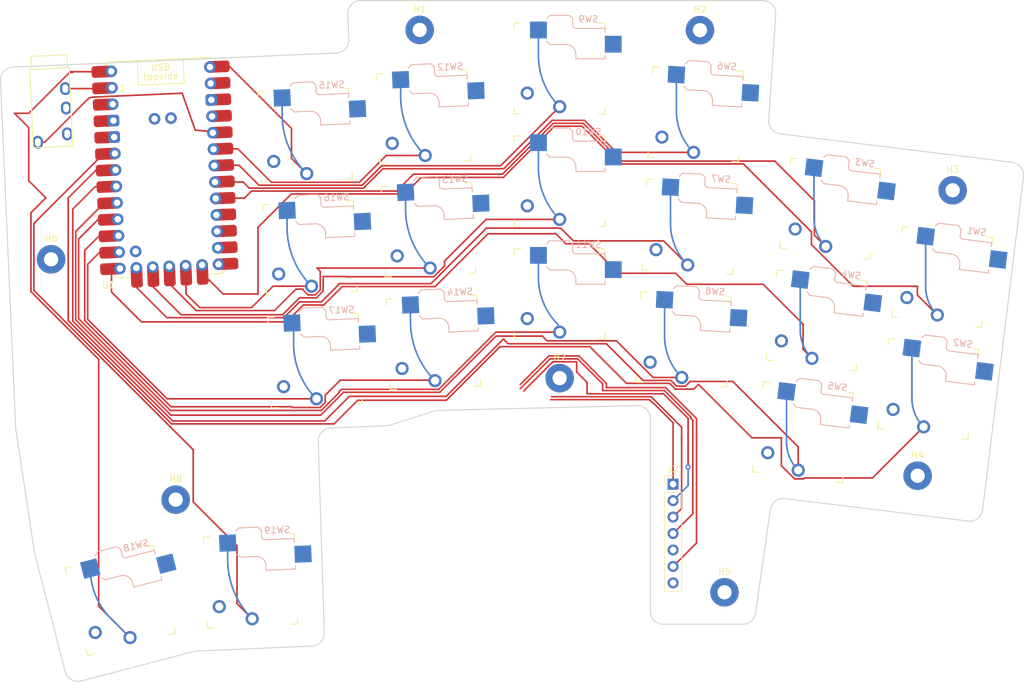
<source format=kicad_pcb>
(kicad_pcb (version 20240108) (generator "pcbnew") (generator_version "8.0")
  (title_block (title "Kivipallur_right") (rev "1") (company "dresan"))
  (layers (0 "F.Cu" signal) (31 "B.Cu" signal) (34 "B.Paste" user) (35 "F.Paste" user) (36 "B.SilkS" user "B.Silkscreen") (37 "F.SilkS" user "F.Silkscreen") (38 "B.Mask" user) (39 "F.Mask" user) (44 "Edge.Cuts" user))
  (net 0 "")
  (net 1 "/TRRS_TX")
  (net 2 "+3V3")
  (net 4 "GND")
  (net 5 "/CS")
  (net 6 "/MOSI")
  (net 8 "/SCK")
  (net 9 "/MISO")
  (net 10 "/OUTER_TOP")
  (net 11 "/OUTER_BOTTOM")
  (net 12 "/PINKY_TOP")
  (net 13 "/PINKY_HOME")
  (net 14 "/PINKY_BOTTOM")
  (net 15 "/RING_TOP")
  (net 16 "/RING_HOME")
  (net 17 "/RING_BOTTOM")
  (net 18 "/MIDDLE_TOP")
  (net 19 "/MIDDLE_HOME")
  (net 20 "/MIDDLE_BOTTOM")
  (net 21 "/INDEX_TOP")
  (net 22 "/INDEX_HOME")
  (net 23 "/INDEX_BOTTOM")
  (net 24 "/INNER_TOP")
  (net 25 "/INNER_HOME")
  (net 26 "/INNER_BOTTOM")
  (net 27 "/THUMB_LEFT")
  (net 28 "/THUMB_RIGHT")
  (footprint "MountingHole:MountingHole_2.2mm_M2_Pad" (layer "F.Cu") (at 152.571278 99.283709)
    (property "Reference" "H7")
    (property "Value" "MountingHole")
  )
  (footprint "keyswitches:Kailh_socket_PG1350_optional" (layer "F.Cu") (at 114.017052 79.200963 2.5)
    (property "Reference" "SW16" (hide yes))
    (property "Value" "SW_Push")
  )
  (footprint "keyswitches:Kailh_socket_PG1350_optional" (layer "F.Cu") (at 172.641184 75.919884 -3)
    (property "Reference" "SW7" (hide yes))
    (property "Value" "SW_Push")
  )
  (footprint "keyswitches:Kailh_socket_PG1350_optional" (layer "F.Cu") (at 114.776029 96.584402 2.5)
    (property "Reference" "SW17" (hide yes))
    (property "Value" "SW_Push")
  )
  (footprint "keyswitches:Kailh_socket_PG1350_optional" (layer "F.Cu") (at 113.258075 61.817524 2.5)
    (property "Reference" "SW15" (hide yes))
    (property "Value" "SW_Push")
  )
  (footprint "keyswitches:Kailh_socket_PG1350_optional" (layer "F.Cu") (at 152.571278 68.883709)
    (property "Reference" "SW10" (hide yes))
    (property "Value" "SW_Push")
  )
  (footprint "MountingHole:MountingHole_2.2mm_M2_Pad" (layer "F.Cu") (at 207.833466 114.352832)
    (property "Reference" "H4")
    (property "Value" "MountingHole")
  )
  (footprint "keyswitches:Kailh_socket_PG1350_optional" (layer "F.Cu") (at 152.571278 86.283709)
    (property "Reference" "SW11" (hide yes))
    (property "Value" "SW_Push")
  )
  (footprint "keyswitches:Kailh_socket_PG1350_optional" (layer "F.Cu") (at 171.730538 93.296038 -3)
    (property "Reference" "SW8" (hide yes))
    (property "Value" "SW_Push")
  )
  (footprint "keyswitches:Kailh_socket_PG1350_optional" (layer "F.Cu") (at 104.848129 130.549779 2.5)
    (property "Reference" "SW19" (hide yes))
    (property "Value" "SW_Push")
  )
  (footprint "keyswitches:Kailh_socket_PG1350_optional" (layer "F.Cu") (at 192.239556 90.373675 -7)
    (property "Reference" "SW4" (hide yes))
    (property "Value" "SW_Push")
  )
  (footprint "keyswitches:Kailh_socket_PG1350_optional" (layer "F.Cu") (at 133.071278 93.783709 2.5)
    (property "Reference" "SW14" (hide yes))
    (property "Value" "SW_Push")
  )
  (footprint "keyswitches:Kailh_socket_PG1350_optional" (layer "F.Cu") (at 194.360082 73.103372 -7)
    (property "Reference" "SW3" (hide yes))
    (property "Value" "SW_Push")
  )
  (footprint "keyswitches:Kailh_socket_PG1350_optional" (layer "F.Cu") (at 190.119029 107.643978 -7)
    (property "Reference" "SW5" (hide yes))
    (property "Value" "SW_Push")
  )
  (footprint "keyswitches:Kailh_socket_PG1350_optional" (layer "F.Cu") (at 211.599229 83.683156 -7)
    (property "Reference" "SW1" (hide yes))
    (property "Value" "SW_Push")
  )
  (footprint "MountingHole:MountingHole_2.2mm_M2_Pad" (layer "F.Cu") (at 74.055123 80.945739)
    (property "Reference" "H6")
    (property "Value" "MountingHole")
  )
  (footprint "MountingHole:MountingHole_2.2mm_M2_Pad" (layer "F.Cu") (at 93.291547 118.041965)
    (property "Reference" "H8")
    (property "Value" "MountingHole")
  )
  (footprint "Connector_PinHeader_2.54mm:PinHeader_1x07_P2.54mm_Vertical" (layer "F.Cu") (at 170.08314 115.655621)
    (property "Reference" "J2")
    (property "Value" "Conn_01x07")
  )
  (footprint "keyswitches:Kailh_socket_PG1350_optional" (layer "F.Cu") (at 173.551829 58.54373 -3)
    (property "Reference" "SW6" (hide yes))
    (property "Value" "SW_Push")
  )
  (footprint "keyswitches:Kailh_socket_PG1350_optional" (layer "F.Cu") (at 152.571278 51.483709)
    (property "Reference" "SW9" (hide yes))
    (property "Value" "SW_Push")
  )
  (footprint "PCM_marbastlib-xp-promicroish:Helios_ACH" (layer "F.Cu") (at 91.68314 68.080621 2.5)
    (property "Reference" "U1")
    (property "Value" "Helios")
  )
  (footprint "keyswitches:Kailh_socket_PG1350_optional" (layer "F.Cu") (at 132.312301 76.40027 2.5)
    (property "Reference" "SW13" (hide yes))
    (property "Value" "SW_Push")
  )
  (footprint "MountingHole:MountingHole_2.2mm_M2_Pad" (layer "F.Cu") (at 213.244465 70.283783)
    (property "Reference" "H3")
    (property "Value" "MountingHole")
  )
  (footprint "Keebio-Parts:TRRS-PJ-320A" (layer "F.Cu") (at 73.808013 51.488806 2.5)
    (property "Reference" "J1")
    (property "Value" "TRRS")
  )
  (footprint "MountingHole:MountingHole_2.2mm_M2_Pad" (layer "F.Cu") (at 174.232197 45.561546)
    (property "Reference" "H2")
    (property "Value" "MountingHole")
  )
  (footprint "MountingHole:MountingHole_2.2mm_M2_Pad" (layer "F.Cu") (at 178.017511 132.353354)
    (property "Reference" "H5")
    (property "Value" "MountingHole")
  )
  (footprint "MountingHole:MountingHole_2.2mm_M2_Pad" (layer "F.Cu") (at 130.964461 45.52968)
    (property "Reference" "H1")
    (property "Value" "MountingHole")
  )
  (footprint "keyswitches:Kailh_socket_PG1350_optional" (layer "F.Cu") (at 131.553323 59.016831 2.5)
    (property "Reference" "SW12" (hide yes))
    (property "Value" "SW_Push")
  )
  (footprint "keyswitches:Kailh_socket_PG1350_optional" (layer "F.Cu") (at 209.478702 100.953459 -7)
    (property "Reference" "SW2" (hide yes))
    (property "Value" "SW_Push")
  )
  (footprint "keyswitches:Kailh_socket_PG1350_optional" (layer "F.Cu") (at 84.763318 133.628797 14.5)
    (property "Reference" "SW18" (hide yes))
    (property "Value" "SW_Push")
  )
  (gr_line (start 126.476608 106.514208) (end 133.257076 104.36019) (stroke (width 0.15)) (layer "Edge.Cuts"))
  (gr_line (start 166.571278 105.532099) (end 166.571278 135.283709) (stroke (width 0.15)) (layer "Edge.Cuts"))
  (gr_line (start 71.510462 126.317027) (end 76.240616 144.607175) (stroke (width 0.15)) (layer "Edge.Cuts"))
  (gr_arc (start 71.510462 126.317027) (mid 71.487294 126.216897) (end 71.469301 126.115709) (stroke (width 0.15)) (layer "Edge.Cuts"))
  (gr_arc (start 68.60713 107.214527) (mid 68.593981 107.1087) (end 68.58649 107.002323) (stroke (width 0.15)) (layer "Edge.Cuts"))
  (gr_line (start 117.208414 106.988205) (end 125.958309 106.606177) (stroke (width 0.15)) (layer "Edge.Cuts"))
  (gr_line (start 118.111611 49.093706) (end 68.155282 51.274846) (stroke (width 0.15)) (layer "Edge.Cuts"))
  (gr_line (start 119.85814 43.067026) (end 120.022636 47.012293) (stroke (width 0.15)) (layer "Edge.Cuts"))
  (gr_arc (start 168.571278 137.283709) (mid 167.157044 136.697935) (end 166.571278 135.283709) (stroke (width 0.15)) (layer "Edge.Cuts"))
  (gr_arc (start 66.244423 53.360181) (mid 66.767956 51.921741) (end 68.155282 51.274846) (stroke (width 0.15)) (layer "Edge.Cuts"))
  (gr_arc (start 182.815694 135.565351) (mid 182.146488 136.79422) (end 180.835624 137.283709) (stroke (width 0.15)) (layer "Edge.Cuts"))
  (gr_line (start 66.244424 53.360182) (end 68.58649 107.002323) (stroke (width 0.15)) (layer "Edge.Cuts"))
  (gr_arc (start 126.476609 106.514208) (mid 126.220499 106.577324) (end 125.958309 106.606177) (stroke (width 0.15)) (layer "Edge.Cuts"))
  (gr_line (start 183.934299 40.983709) (end 121.856404 40.983709) (stroke (width 0.15)) (layer "Edge.Cuts"))
  (gr_line (start 96.527342 141.423075) (end 114.321282 140.646175) (stroke (width 0.15)) (layer "Edge.Cuts"))
  (gr_line (start 78.68272 146.041397) (end 96.108772 141.486189) (stroke (width 0.15)) (layer "Edge.Cuts"))
  (gr_line (start 133.81481 104.266889) (end 164.523473 103.532671) (stroke (width 0.15)) (layer "Edge.Cuts"))
  (gr_arc (start 164.523473 103.53267) (mid 165.968471 104.101096) (end 166.571278 105.532099) (stroke (width 0.15)) (layer "Edge.Cuts"))
  (gr_line (start 168.571278 137.283709) (end 180.835624 137.283709) (stroke (width 0.15)) (layer "Edge.Cuts"))
  (gr_arc (start 119.85814 43.067025) (mid 120.413037 41.599261) (end 121.856404 40.983709) (stroke (width 0.15)) (layer "Edge.Cuts"))
  (gr_line (start 116.233039 138.584703) (end 115.296657 109.049678) (stroke (width 0.15)) (layer "Edge.Cuts"))
  (gr_arc (start 217.866978 119.614832) (mid 217.113218 120.947153) (end 215.638147 121.356185) (stroke (width 0.15)) (layer "Edge.Cuts"))
  (gr_arc (start 116.233038 138.584702) (mid 115.700521 140.008065) (end 114.321282 140.646175) (stroke (width 0.15)) (layer "Edge.Cuts"))
  (gr_line (start 217.866978 119.614832) (end 224.17981 68.200941) (stroke (width 0.15)) (layer "Edge.Cuts"))
  (gr_arc (start 78.68272 146.041397) (mid 77.164102 145.83098) (end 76.240616 144.607175) (stroke (width 0.15)) (layer "Edge.Cuts"))
  (gr_line (start 187.312989 117.878293) (end 215.638147 121.356185) (stroke (width 0.15)) (layer "Edge.Cuts"))
  (gr_arc (start 133.257076 104.36019) (mid 133.532629 104.293725) (end 133.81481 104.266889) (stroke (width 0.15)) (layer "Edge.Cuts"))
  (gr_arc (start 185.08918 119.581744) (mid 185.853058 118.275693) (end 187.312989 117.878293) (stroke (width 0.15)) (layer "Edge.Cuts"))
  (gr_arc (start 222.438457 65.97211) (mid 223.770762 66.725873) (end 224.17981 68.200941) (stroke (width 0.15)) (layer "Edge.Cuts"))
  (gr_arc (start 183.934299 40.983709) (mid 185.394571 41.617055) (end 185.929919 43.116007) (stroke (width 0.15)) (layer "Edge.Cuts"))
  (gr_arc (start 96.108772 141.486189) (mid 96.316383 141.443532) (end 96.527342 141.423075) (stroke (width 0.15)) (layer "Edge.Cuts"))
  (gr_line (start 184.846795 59.454148) (end 185.929919 43.116007) (stroke (width 0.15)) (layer "Edge.Cuts"))
  (gr_arc (start 120.022636 47.012292) (mid 119.497607 48.448254) (end 118.111611 49.093706) (stroke (width 0.15)) (layer "Edge.Cuts"))
  (gr_line (start 182.815695 135.565352) (end 185.08918 119.581743) (stroke (width 0.15)) (layer "Edge.Cuts"))
  (gr_line (start 222.438456 65.97211) (end 186.598676 61.571538) (stroke (width 0.15)) (layer "Edge.Cuts"))
  (gr_arc (start 186.598675 61.571538) (mid 185.301473 60.861384) (end 184.846795 59.454148) (stroke (width 0.15)) (layer "Edge.Cuts"))
  (gr_arc (start 115.296657 109.049679) (mid 115.829198 107.626359) (end 117.208414 106.988205) (stroke (width 0.15)) (layer "Edge.Cuts"))
  (gr_line (start 68.60713 107.214526) (end 71.469301 126.115709) (stroke (width 0.15)) (layer "Edge.Cuts"))
  (segment (start 82.089833 54.585436) (end 82.162267 54.513002) (width 0.25) (layer "F.Cu") (net 1))
  (segment (start 76.245406 54.585436) (end 82.089833 54.585436) (width 0.25) (layer "F.Cu") (net 1))
  (segment (start 170.08314 128.355621) (end 173.7 124.738761) (width 0.25) (layer "F.Cu") (net 2))
  (segment (start 173.7 108.9) (end 173.7 105.527208) (width 0.25) (layer "F.Cu") (net 2))
  (segment (start 73.064277 62.878375) (end 79.942652 56) (width 0.25) (layer "F.Cu") (net 2))
  (segment (start 168.922792 100.75) (end 159.8 100.75) (width 0.25) (layer "F.Cu") (net 2))
  (segment (start 159.8 100.75) (end 159.8 100.127208) (width 0.25) (layer "F.Cu") (net 2))
  (segment (start 173.7 105.527208) (end 168.922792 100.75) (width 0.25) (layer "F.Cu") (net 2))
  (segment (start 155.531501 95.858709) (end 150.904895 95.858709) (width 0.25) (layer "F.Cu") (net 2))
  (segment (start 80.5 55.9) (end 94.3 55.3) (width 0.25) (layer "F.Cu") (net 2))
  (segment (start 96.3 61) (end 100.317667 61.34758) (width 0.25) (layer "F.Cu") (net 2))
  (segment (start 159.8 100.127208) (end 155.531501 95.858709) (width 0.25) (layer "F.Cu") (net 2))
  (segment (start 94.3 55.3) (end 96.3 61) (width 0.25) (layer "F.Cu") (net 2))
  (segment (start 80.1 56) (end 80.5 55.9) (width 0.25) (layer "F.Cu") (net 2))
  (segment (start 173.7 108.9) (end 173.7 108.7) (width 0.25) (layer "F.Cu") (net 2))
  (segment (start 150.904895 95.858709) (end 146.481802 100.281802) (width 0.25) (layer "F.Cu") (net 2))
  (segment (start 72.003101 62.878375) (end 73.064277 62.878375) (width 0.25) (layer "F.Cu") (net 2))
  (segment (start 173.7 124.738761) (end 173.7 108.9) (width 0.25) (layer "F.Cu") (net 2))
  (segment (start 79.942652 56) (end 80.1 56) (width 0.25) (layer "F.Cu") (net 2))
  (segment (start 166.4 102.6) (end 151.2 102.6) (width 0.25) (layer "F.Cu") (net 5))
  (segment (start 170.08314 115.655621) (end 170.08314 106.18314) (width 0.25) (layer "F.Cu") (net 5))
  (segment (start 166.85 103.05) (end 166.4 102.6) (width 0.25) (layer "F.Cu") (net 5))
  (segment (start 166.95 103.05) (end 166.85 103.05) (width 0.25) (layer "F.Cu") (net 5))
  (segment (start 170.08314 106.18314) (end 166.95 103.05) (width 0.25) (layer "F.Cu") (net 5))
  (segment (start 171.4 106.863604) (end 166.686396 102.15) (width 0.25) (layer "F.Cu") (net 6))
  (segment (start 170.08314 120.735621) (end 171.4 119.418761) (width 0.25) (layer "F.Cu") (net 6))
  (segment (start 171.4 109.1) (end 171.4 106.863604) (width 0.25) (layer "F.Cu") (net 6))
  (segment (start 166.686396 102.15) (end 151.3 102.15) (width 0.25) (layer "F.Cu") (net 6))
  (segment (start 171.4 109.1) (end 171.4 108.4) (width 0.25) (layer "F.Cu") (net 6))
  (segment (start 171.4 119.418761) (end 171.4 109.1) (width 0.25) (layer "F.Cu") (net 6))
  (segment (start 155.345105 96.308709) (end 151.091291 96.308709) (width 0.25) (layer "F.Cu") (net 8))
  (segment (start 159.2 101.2) (end 159.2 100.163604) (width 0.25) (layer "F.Cu") (net 8))
  (segment (start 170.08314 123.275621) (end 173.125 120.233761) (width 0.25) (layer "F.Cu") (net 8))
  (segment (start 172.85 105.5) (end 172.85 105.313604) (width 0.25) (layer "F.Cu") (net 8))
  (segment (start 151.091291 96.308709) (end 146.5 100.9) (width 0.25) (layer "F.Cu") (net 8))
  (segment (start 172.85 105.313604) (end 168.736396 101.2) (width 0.25) (layer "F.Cu") (net 8))
  (segment (start 168.736396 101.2) (end 159.2 101.2) (width 0.25) (layer "F.Cu") (net 8))
  (segment (start 173.125 120.233761) (end 173.125 105.775) (width 0.25) (layer "F.Cu") (net 8))
  (segment (start 173.125 105.775) (end 172.85 105.5) (width 0.25) (layer "F.Cu") (net 8))
  (segment (start 159.2 100.163604) (end 155.345105 96.308709) (width 0.25) (layer "F.Cu") (net 8))
  (segment (start 155.2 98.341541) (end 155.2 96.8) (width 0.25) (layer "F.Cu") (net 9))
  (segment (start 151.525388 96.758709) (end 147.1 101.184097) (width 0.25) (layer "F.Cu") (net 9))
  (segment (start 172.4 105.5) (end 172.2 105.3) (width 0.25) (layer "F.Cu") (net 9))
  (segment (start 156.8 101.7) (end 156.8 99.941541) (width 0.25) (layer "F.Cu") (net 9))
  (segment (start 168.6 101.7) (end 156.8 101.7) (width 0.25) (layer "F.Cu") (net 9))
  (segment (start 147.1 101.184097) (end 147.1 101.3) (width 0.25) (layer "F.Cu") (net 9))
  (segment (start 155.158709 96.758709) (end 151.525388 96.758709) (width 0.25) (layer "F.Cu") (net 9))
  (segment (start 172.2 105.3) (end 168.6 101.7) (width 0.25) (layer "F.Cu") (net 9))
  (segment (start 172.4 113) (end 172.4 105.5) (width 0.25) (layer "F.Cu") (net 9))
  (segment (start 156.8 99.941541) (end 155.2 98.341541) (width 0.25) (layer "F.Cu") (net 9))
  (segment (start 155.2 96.8) (end 155.158709 96.758709) (width 0.25) (layer "F.Cu") (net 9))
  (via (at 172.4 113) (size 0.8) (drill 0.4) (layers "F.Cu" "B.Cu") (net 9))
  (segment (start 170.08314 118.195621) (end 172.4 115.878761) (width 0.25) (layer "B.Cu") (net 9))
  (segment (start 172.4 115.878761) (end 172.4 113) (width 0.25) (layer "B.Cu") (net 9))
  (segment (start 161.7 66.068484) (end 156.027208 60.395692) (width 0.25) (layer "F.Cu") (net 10))
  (segment (start 106 76) (end 106 86.3) (width 0.25) (layer "F.Cu") (net 10))
  (segment (start 197.885198 85.1) (end 191.45 78.664802) (width 0.25) (layer "F.Cu") (net 10))
  (segment (start 210.8802 89.539178) (end 207.8 86.458978) (width 0.25) (layer "F.Cu") (net 10))
  (segment (start 128.647091 70.852909) (end 111.147091 70.852909) (width 0.25) (layer "F.Cu") (net 10))
  (segment (start 106 86.3) (end 100.609872 86.3) (width 0.25) (layer "F.Cu") (net 10))
  (segment (start 111.147091 70.852909) (end 106 76) (width 0.25) (layer "F.Cu") (net 10))
  (segment (start 207.8 86.458978) (end 207.8 85.1) (width 0.25) (layer "F.Cu") (net 10))
  (segment (start 191.45 78.664802) (end 191.45 76.715697) (width 0.25) (layer "F.Cu") (net 10))
  (segment (start 161.7 66.226644) (end 161.7 66.068484) (width 0.25) (layer "F.Cu") (net 10))
  (segment (start 180.960947 66.226644) (end 161.7 66.226644) (width 0.25) (layer "F.Cu") (net 10))
  (segment (start 207.8 85.1) (end 197.885198 85.1) (width 0.25) (layer "F.Cu") (net 10))
  (segment (start 100.609872 86.3) (end 97.424373 83.114501) (width 0.25) (layer "F.Cu") (net 10))
  (segment (start 151.7771 60.395692) (end 143.872792 68.3) (width 0.25) (layer "F.Cu") (net 10))
  (segment (start 191.45 76.715697) (end 180.960947 66.226644) (width 0.25) (layer "F.Cu") (net 10))
  (segment (start 156.027208 60.395692) (end 151.7771 60.395692) (width 0.25) (layer "F.Cu") (net 10))
  (segment (start 131.2 68.3) (end 128.647091 70.852909) (width 0.25) (layer "F.Cu") (net 10))
  (segment (start 143.872792 68.3) (end 131.2 68.3) (width 0.25) (layer "F.Cu") (net 10))
  (segment (start 209.073763 85.178054) (end 209.073763 77.378384) (width 0.25) (layer "B.Cu") (net 10))
  (arc (start 210.8802 89.539178) (mid 209.54324 87.538278) (end 209.073763 85.178054) (width 0.25) (layer "B.Cu") (net 10))
  (segment (start 182.25 108.5) (end 174 100.25) (width 0.25) (layer "F.Cu") (net 11))
  (segment (start 170.442556 100.978952) (end 169.551556 100.087952) (width 0.25) (layer "F.Cu") (net 11))
  (segment (start 121.4 102.7) (end 117.75 106.35) (width 0.25) (layer "F.Cu") (net 11))
  (segment (start 169.551556 100.087952) (end 162.887952 100.087952) (width 0.25) (layer "F.Cu") (net 11))
  (segment (start 190.4 114.7) (end 190.259 114.841) (width 0.25) (layer "F.Cu") (net 11))
  (segment (start 186.8 112.796461) (end 186.8 108.5) (width 0.25) (layer "F.Cu") (net 11))
  (segment (start 208.759673 106.809481) (end 200.869154 114.7) (width 0.25) (layer "F.Cu") (net 11))
  (segment (start 190.259 114.841) (end 188.844539 114.841) (width 0.25) (layer "F.Cu") (net 11))
  (segment (start 76.7 71.465482) (end 80.964567 67.200915) (width 0.25) (layer "F.Cu") (net 11))
  (segment (start 80.964567 67.200915) (end 82.716233 67.200915) (width 0.25) (layer "F.Cu") (net 11))
  (segment (start 143.361687 94.424709) (end 135.086396 102.7) (width 0.25) (layer "F.Cu") (net 11))
  (segment (start 173.271048 100.978952) (end 170.442556 100.978952) (width 0.25) (layer "F.Cu") (net 11))
  (segment (start 200.869154 114.7) (end 190.4 114.7) (width 0.25) (layer "F.Cu") (net 11))
  (segment (start 186.8 108.5) (end 182.25 108.5) (width 0.25) (layer "F.Cu") (net 11))
  (segment (start 162.887952 100.087952) (end 157.224709 94.424709) (width 0.25) (layer "F.Cu") (net 11))
  (segment (start 157.224709 94.424709) (end 143.361687 94.424709) (width 0.25) (layer "F.Cu") (net 11))
  (segment (start 92.640812 106.35) (end 76.7 90.409188) (width 0.25) (layer "F.Cu") (net 11))
  (segment (start 76.7 90.409188) (end 76.7 71.465482) (width 0.25) (layer "F.Cu") (net 11))
  (segment (start 117.75 106.35) (end 92.640812 106.35) (width 0.25) (layer "F.Cu") (net 11))
  (segment (start 174 100.25) (end 173.271048 100.978952) (width 0.25) (layer "F.Cu") (net 11))
  (segment (start 188.844539 114.841) (end 186.8 112.796461) (width 0.25) (layer "F.Cu") (net 11))
  (segment (start 135.086396 102.7) (end 121.4 102.7) (width 0.25) (layer "F.Cu") (net 11))
  (segment (start 206.953236 102.448357) (end 206.953236 94.648687) (width 0.25) (layer "B.Cu") (net 11))
  (arc (start 208.759673 106.809481) (mid 207.422713 104.808581) (end 206.953236 102.448357) (width 0.25) (layer "B.Cu") (net 11))
  (segment (start 151.590704 59.945692) (end 156.213604 59.945692) (width 0.25) (layer "F.Cu") (net 12))
  (segment (start 191.9 77.218341) (end 193.641053 78.959394) (width 0.25) (layer "F.Cu") (net 12))
  (segment (start 185.776644 65.776644) (end 191.9 71.9) (width 0.25) (layer "F.Cu") (net 12))
  (segment (start 191.9 71.9) (end 191.9 77.218341) (width 0.25) (layer "F.Cu") (net 12))
  (segment (start 104.997091 70.402909) (end 127.397091 70.402909) (width 0.25) (layer "F.Cu") (net 12))
  (segment (start 162.044556 65.776644) (end 185.776644 65.776644) (width 0.25) (layer "F.Cu") (net 12))
  (segment (start 103.90209 71.49791) (end 104.997091 70.402909) (width 0.25) (layer "F.Cu") (net 12))
  (segment (start 143.736396 67.8) (end 151.590704 59.945692) (width 0.25) (layer "F.Cu") (net 12))
  (segment (start 130 67.8) (end 143.736396 67.8) (width 0.25) (layer "F.Cu") (net 12))
  (segment (start 100.76084 71.49791) (end 103.90209 71.49791) (width 0.25) (layer "F.Cu") (net 12))
  (segment (start 156.213604 59.945692) (end 162.044556 65.776644) (width 0.25) (layer "F.Cu") (net 12))
  (segment (start 127.397091 70.402909) (end 130 67.8) (width 0.25) (layer "F.Cu") (net 12))
  (segment (start 191.834616 74.59827) (end 191.834616 66.7986) (width 0.25) (layer "B.Cu") (net 12))
  (arc (start 193.641053 78.959394) (mid 192.304093 76.958494) (end 191.834616 74.59827) (width 0.25) (layer "B.Cu") (net 12))
  (segment (start 113 88) (end 110.4 90.6) (width 0.25) (layer "F.Cu") (net 13))
  (segment (start 172.2 84.8) (end 170.5 83.1) (width 0.25) (layer "F.Cu") (net 13))
  (segment (start 141.5 77) (end 133.35 85.15) (width 0.25) (layer "F.Cu") (net 13))
  (segment (start 83.380993 85.980993) (end 83.380993 82.42641) (width 0.25) (layer "F.Cu") (net 13))
  (segment (start 151.9 76.9) (end 151.8 77) (width 0.25) (layer "F.Cu") (net 13))
  (segment (start 110.4 90.6) (end 88 90.6) (width 0.25) (layer "F.Cu") (net 13))
  (segment (start 190.150056 94.859226) (end 190.150056 90.950056) (width 0.25) (layer "F.Cu") (net 13))
  (segment (start 184 84.8) (end 172.2 84.8) (width 0.25) (layer "F.Cu") (net 13))
  (segment (start 119 85.15) (end 116.15 88) (width 0.25) (layer "F.Cu") (net 13))
  (segment (start 153.546278 78.546278) (end 151.9 76.9) (width 0.25) (layer "F.Cu") (net 13))
  (segment (start 157.1 78.546278) (end 153.546278 78.546278) (width 0.25) (layer "F.Cu") (net 13))
  (segment (start 88 90.6) (end 83.380993 85.980993) (width 0.25) (layer "F.Cu") (net 13))
  (segment (start 191.520527 96.229697) (end 190.150056 94.859226) (width 0.25) (layer "F.Cu") (net 13))
  (segment (start 190.150056 90.950056) (end 184 84.8) (width 0.25) (layer "F.Cu") (net 13))
  (segment (start 170.5 83.1) (end 161.653722 83.1) (width 0.25) (layer "F.Cu") (net 13))
  (segment (start 151.8 77) (end 141.5 77) (width 0.25) (layer "F.Cu") (net 13))
  (segment (start 161.653722 83.1) (end 157.1 78.546278) (width 0.25) (layer "F.Cu") (net 13))
  (segment (start 133.35 85.15) (end 119 85.15) (width 0.25) (layer "F.Cu") (net 13))
  (segment (start 116.15 88) (end 113 88) (width 0.25) (layer "F.Cu") (net 13))
  (segment (start 189.71409 91.868573) (end 189.71409 84.068903) (width 0.25) (layer "B.Cu") (net 13))
  (arc (start 191.520527 96.229697) (mid 190.183567 94.228797) (end 189.71409 91.868573) (width 0.25) (layer "B.Cu") (net 13))
  (segment (start 189.4 113.5) (end 189.4 109.9) (width 0.25) (layer "F.Cu") (net 14))
  (segment (start 189.4 109.9) (end 179.3 99.8) (width 0.25) (layer "F.Cu") (net 14))
  (segment (start 165.437952 99.637952) (end 159.774709 93.974709) (width 0.25) (layer "F.Cu") (net 14))
  (segment (start 143.9 93.25) (end 135.05 102.1) (width 0.25) (layer "F.Cu") (net 14))
  (segment (start 159.774709 93.974709) (end 144.624709 93.974709) (width 0.25) (layer "F.Cu") (net 14))
  (segment (start 170.628952 100.528952) (end 169.737952 99.637952) (width 0.25) (layer "F.Cu") (net 14))
  (segment (start 77.4 73.2) (end 80.861503 69.738497) (width 0.25) (layer "F.Cu") (net 14))
  (segment (start 135.05 102.1) (end 120.1 102.1) (width 0.25) (layer "F.Cu") (net 14))
  (segment (start 144.624709 93.974709) (end 143.9 93.25) (width 0.25) (layer "F.Cu") (net 14))
  (segment (start 116.3 105.9) (end 92.827208 105.9) (width 0.25) (layer "F.Cu") (net 14))
  (segment (start 171.977217 100.528952) (end 170.628952 100.528952) (width 0.25) (layer "F.Cu") (net 14))
  (segment (start 120.1 102.1) (end 116.3 105.9) (width 0.25) (layer "F.Cu") (net 14))
  (segment (start 92.827208 105.9) (end 77.4 90.472792) (width 0.25) (layer "F.Cu") (net 14))
  (segment (start 77.4 90.472792) (end 77.4 73.2) (width 0.25) (layer "F.Cu") (net 14))
  (segment (start 169.737952 99.637952) (end 165.437952 99.637952) (width 0.25) (layer "F.Cu") (net 14))
  (segment (start 172.706169 99.8) (end 171.977217 100.528952) (width 0.25) (layer "F.Cu") (net 14))
  (segment (start 80.861503 69.738497) (end 82.827026 69.738497) (width 0.25) (layer "F.Cu") (net 14))
  (segment (start 179.3 99.8) (end 172.706169 99.8) (width 0.25) (layer "F.Cu") (net 14))
  (segment (start 187.593563 109.138876) (end 187.593563 101.339206) (width 0.25) (layer "B.Cu") (net 14))
  (arc (start 189.4 113.5) (mid 188.06304 111.4991) (end 187.593563 109.138876) (width 0.25) (layer "B.Cu") (net 14))
  (segment (start 161.339952 64.435644) (end 156.4 59.495692) (width 0.25) (layer "F.Cu") (net 15))
  (segment (start 122.283487 69.952909) (end 104.652909 69.952909) (width 0.25) (layer "F.Cu") (net 15))
  (segment (start 173.243047 64.435644) (end 161.339952 64.435644) (width 0.25) (layer "F.Cu") (net 15))
  (segment (start 143.95 66.95) (end 125.286396 66.95) (width 0.25) (layer "F.Cu") (net 15))
  (segment (start 104.652909 69.952909) (end 103.7 69) (width 0.25) (layer "F.Cu") (net 15))
  (segment (start 103.69486 69.00514) (end 100.69486 69.00514) (width 0.25) (layer "F.Cu") (net 15))
  (segment (start 125.286396 66.95) (end 122.283487 69.952909) (width 0.25) (layer "F.Cu") (net 15))
  (segment (start 103.7 69) (end 103.69486 69.00514) (width 0.25) (layer "F.Cu") (net 15))
  (segment (start 151.404308 59.495692) (end 143.95 66.95) (width 0.25) (layer "F.Cu") (net 15))
  (segment (start 100.69486 69.00514) (end 100.650047 68.960327) (width 0.25) (layer "F.Cu") (net 15))
  (segment (start 156.4 59.495692) (end 151.404308 59.495692) (width 0.25) (layer "F.Cu") (net 15))
  (segment (start 170.592716 58.037179) (end 170.592716 52.430484) (width 0.25) (layer "B.Cu") (net 15))
  (arc (start 173.243047 64.435644) (mid 171.281514 61.500004) (end 170.592716 58.037179) (width 0.25) (layer "B.Cu") (net 15))
  (segment (start 91.914703 89.95) (end 87.274043 85.30934) (width 0.25) (layer "F.Cu") (net 16))
  (segment (start 109.986396 89.95) (end 91.914703 89.95) (width 0.25) (layer "F.Cu") (net 16))
  (segment (start 132.697167 84.7) (end 118.6 84.7) (width 0.25) (layer "F.Cu") (net 16))
  (segment (start 141.272458 76.124709) (end 132.697167 84.7) (width 0.25) (layer "F.Cu") (net 16))
  (segment (start 118.6 84.7) (end 115.781802 87.518198) (width 0.25) (layer "F.Cu") (net 16))
  (segment (start 152.724709 76.124709) (end 141.272458 76.124709) (width 0.25) (layer "F.Cu") (net 16))
  (segment (start 87.274043 85.30934) (end 87.274043 83.557674) (width 0.25) (layer "F.Cu") (net 16))
  (segment (start 154.696278 78.096278) (end 152.724709 76.124709) (width 0.25) (layer "F.Cu") (net 16))
  (segment (start 168.616882 78.096278) (end 154.696278 78.096278) (width 0.25) (layer "F.Cu") (net 16))
  (segment (start 118.6 84.7) (end 118.5 84.7) (width 0.25) (layer "F.Cu") (net 16))
  (segment (start 115.781802 87.518198) (end 112.418198 87.518198) (width 0.25) (layer "F.Cu") (net 16))
  (segment (start 112.418198 87.518198) (end 109.986396 89.95) (width 0.25) (layer "F.Cu") (net 16))
  (segment (start 172.332402 81.811798) (end 168.616882 78.096278) (width 0.25) (layer "F.Cu") (net 16))
  (segment (start 169.682071 75.413333) (end 169.682071 69.806638) (width 0.25) (layer "B.Cu") (net 16))
  (arc (start 172.332402 81.811798) (mid 170.370869 78.876158) (end 169.682071 75.413333) (width 0.25) (layer "B.Cu") (net 16))
  (segment (start 77.85 90.286396) (end 77.85 76.65) (width 0.25) (layer "F.Cu") (net 17))
  (segment (start 119.2 101.481423) (end 115.681423 105) (width 0.25) (layer "F.Cu") (net 17))
  (segment (start 134.070489 101.469094) (end 119.2 101.469094) (width 0.25) (layer "F.Cu") (net 17))
  (segment (start 119.2 101.469094) (end 119.2 101.481423) (width 0.25) (layer "F.Cu") (net 17))
  (segment (start 142.739583 92.8) (end 134.070489 101.469094) (width 0.25) (layer "F.Cu") (net 17))
  (segment (start 167.000855 99.187952) (end 161.337612 93.524709) (width 0.25) (layer "F.Cu") (net 17))
  (segment (start 161.337612 93.524709) (end 150.624709 93.524709) (width 0.25) (layer "F.Cu") (net 17))
  (segment (start 92.563604 105) (end 77.85 90.286396) (width 0.25) (layer "F.Cu") (net 17))
  (segment (start 82.22392 72.27608) (end 82.93782 72.27608) (width 0.25) (layer "F.Cu") (net 17))
  (segment (start 77.85 76.65) (end 82.22392 72.27608) (width 0.25) (layer "F.Cu") (net 17))
  (segment (start 149.9 92.8) (end 142.739583 92.8) (width 0.25) (layer "F.Cu") (net 17))
  (segment (start 150.624709 93.524709) (end 149.9 92.8) (width 0.25) (layer "F.Cu") (net 17))
  (segment (start 171.421756 99.187952) (end 167.000855 99.187952) (width 0.25) (layer "F.Cu") (net 17))
  (segment (start 115.681423 105) (end 92.563604 105) (width 0.25) (layer "F.Cu") (net 17))
  (segment (start 168.771425 92.789487) (end 168.771425 87.182792) (width 0.25) (layer "B.Cu") (net 17))
  (arc (start 171.421756 99.187952) (mid 169.460223 96.252312) (end 168.771425 92.789487) (width 0.25) (layer "B.Cu") (net 17))
  (segment (start 152.571278 57.383709) (end 143.454987 66.5) (width 0.25) (layer "F.Cu") (net 18))
  (segment (start 106.152909 69.502909) (end 103.072745 66.422745) (width 0.25) (layer "F.Cu") (net 18))
  (segment (start 122.097091 69.502909) (end 106.152909 69.502909) (width 0.25) (layer "F.Cu") (net 18))
  (segment (start 125.1 66.5) (end 122.097091 69.502909) (width 0.25) (layer "F.Cu") (net 18))
  (segment (start 143.454987 66.5) (end 125.1 66.5) (width 0.25) (layer "F.Cu") (net 18))
  (segment (start 103.072745 66.422745) (end 100.539254 66.422745) (width 0.25) (layer "F.Cu") (net 18))
  (segment (start 149.296278 49.47716) (end 149.296278 45.533709) (width 0.25) (layer "B.Cu") (net 18))
  (arc (start 152.571278 57.383709) (mid 150.147422 53.756154) (end 149.296278 49.47716) (width 0.25) (layer "B.Cu") (net 18))
  (segment (start 116.065406 83.6) (end 116.065406 85.837205) (width 0.25) (layer "F.Cu") (net 19))
  (segment (start 115.016263 86.886348) (end 112.413652 86.886348) (width 0.25) (layer "F.Cu") (net 19))
  (segment (start 116.065406 85.837205) (end 115.016263 86.886348) (width 0.25) (layer "F.Cu") (net 19))
  (segment (start 119.5 83.6) (end 116.065406 83.6) (width 0.25) (layer "F.Cu") (net 19))
  (segment (start 89.811626 85.198547) (end 89.811626 83.446881) (width 0.25) (layer "F.Cu") (net 19))
  (segment (start 112.413652 86.886348) (end 109.8 89.5) (width 0.25) (layer "F.Cu") (net 19))
  (segment (start 134.8 81.960771) (end 133.125116 83.635655) (width 0.25) (layer "F.Cu") (net 19))
  (segment (start 152.571278 74.783709) (end 141.216291 74.783709) (width 0.25) (layer "F.Cu") (net 19))
  (segment (start 134.8 81.2) (end 134.8 81.960771) (width 0.25) (layer "F.Cu") (net 19))
  (segment (start 94.113079 89.5) (end 89.811626 85.198547) (width 0.25) (layer "F.Cu") (net 19))
  (segment (start 109.8 89.5) (end 94.113079 89.5) (width 0.25) (layer "F.Cu") (net 19))
  (segment (start 119.535655 83.635655) (end 119.5 83.6) (width 0.25) (layer "F.Cu") (net 19))
  (segment (start 141.216291 74.783709) (end 134.8 81.2) (width 0.25) (layer "F.Cu") (net 19))
  (segment (start 133.125116 83.635655) (end 119.535655 83.635655) (width 0.25) (layer "F.Cu") (net 19))
  (segment (start 149.296278 66.87716) (end 149.296278 62.933709) (width 0.25) (layer "B.Cu") (net 19))
  (arc (start 152.571278 74.783709) (mid 150.147422 71.156154) (end 149.296278 66.87716) (width 0.25) (layer "B.Cu") (net 19))
  (segment (start 118.880906 101.019094) (end 118.5 101.4) (width 0.25) (layer "F.Cu") (net 20))
  (segment (start 115.77524 104.269787) (end 92.469787 104.269787) (width 0.25) (layer "F.Cu") (net 20))
  (segment (start 142.719478 92.183709) (end 133.884093 101.019094) (width 0.25) (layer "F.Cu") (net 20))
  (segment (start 81.296947 74.813662) (end 83.048613 74.813662) (width 0.25) (layer "F.Cu") (net 20))
  (segment (start 133.884093 101.019094) (end 118.880906 101.019094) (width 0.25) (layer "F.Cu") (net 20))
  (segment (start 118.5 101.4) (end 118.5 101.545027) (width 0.25) (layer "F.Cu") (net 20))
  (segment (start 78.3 77.810609) (end 81.296947 74.813662) (width 0.25) (layer "F.Cu") (net 20))
  (segment (start 78.3 90.1) (end 78.3 77.810609) (width 0.25) (layer "F.Cu") (net 20))
  (segment (start 92.469787 104.269787) (end 78.3 90.1) (width 0.25) (layer "F.Cu") (net 20))
  (segment (start 152.571278 92.183709) (end 142.719478 92.183709) (width 0.25) (layer "F.Cu") (net 20))
  (segment (start 118.5 101.545027) (end 115.77524 104.269787) (width 0.25) (layer "F.Cu") (net 20))
  (segment (start 152.568389 92.006972) (end 152.522252 91.656522) (width 0.25) (layer "B.Cu") (net 20))
  (segment (start 152.571278 92.183709) (end 152.568389 92.006972) (width 0.25) (layer "B.Cu") (net 20))
  (segment (start 152.522252 91.656522) (end 152.430768 91.315092) (width 0.25) (layer "B.Cu") (net 20))
  (segment (start 152.430768 91.315092) (end 152.2955 90.988524) (width 0.25) (layer "B.Cu") (net 20))
  (segment (start 149.296278 83.747762) (end 149.296278 80.333709) (width 0.25) (layer "B.Cu") (net 20))
  (arc (start 152.2955 90.988524) (mid 150.07575 87.666434) (end 149.296278 83.747762) (width 0.25) (layer "B.Cu") (net 20))
  (segment (start 121.647091 69.052909) (end 108.052909 69.052909) (width 0.25) (layer "F.Cu") (net 21))
  (segment (start 102.885162 63.885162) (end 100.42846 63.885162) (width 0.25) (layer "F.Cu") (net 21))
  (segment (start 131.810677 64.911216) (end 125.788784 64.911216) (width 0.25) (layer "F.Cu") (net 21))
  (segment (start 125.788784 64.911216) (end 121.647091 69.052909) (width 0.25) (layer "F.Cu") (net 21))
  (segment (start 108.052909 69.052909) (end 102.885162 63.885162) (width 0.25) (layer "F.Cu") (net 21))
  (segment (start 128.021905 55.764312) (end 128.021905 53.215348) (width 0.25) (layer "B.Cu") (net 21))
  (arc (start 131.810677 64.911216) (mid 129.006575 60.714581) (end 128.021905 55.764312) (width 0.25) (layer "B.Cu") (net 21))
  (segment (start 115.615406 85.650809) (end 114.829867 86.436348) (width 0.25) (layer "F.Cu") (net 22))
  (segment (start 111.854652 85.545348) (end 108.55 88.85) (width 0.25) (layer "F.Cu") (net 22))
  (segment (start 92.349208 84.749208) (end 92.349208 83.336087) (width 0.25) (layer "F.Cu") (net 22))
  (segment (start 108.55 88.85) (end 96.45 88.85) (width 0.25) (layer "F.Cu") (net 22))
  (segment (start 112.933406 85.545348) (end 111.854652 85.545348) (width 0.25) (layer "F.Cu") (net 22))
  (segment (start 132.569655 82.294655) (end 115.105345 82.294655) (width 0.25) (layer "F.Cu") (net 22))
  (segment (start 113.718945 86.436348) (end 112.933406 85.650809) (width 0.25) (layer "F.Cu") (net 22))
  (segment (start 115.615406 82.804716) (end 115.615406 85.650809) (width 0.25) (layer "F.Cu") (net 22))
  (segment (start 115.105345 82.294655) (end 115.615406 82.804716) (width 0.25) (layer "F.Cu") (net 22))
  (segment (start 96.45 88.85) (end 92.349208 84.749208) (width 0.25) (layer "F.Cu") (net 22))
  (segment (start 114.829867 86.436348) (end 113.718945 86.436348) (width 0.25) (layer "F.Cu") (net 22))
  (segment (start 112.933406 85.650809) (end 112.933406 85.545348) (width 0.25) (layer "F.Cu") (net 22))
  (segment (start 128.780883 73.147751) (end 128.780883 70.598787) (width 0.25) (layer "B.Cu") (net 22))
  (arc (start 132.569655 82.294655) (mid 129.765553 78.09802) (end 128.780883 73.147751) (width 0.25) (layer "B.Cu") (net 22))
  (segment (start 111.2 103.7) (end 92.563604 103.7) (width 0.25) (layer "F.Cu") (net 23))
  (segment (start 116.374383 101.925617) (end 116.374383 103.034248) (width 0.25) (layer "F.Cu") (net 23))
  (segment (start 111.319787 103.819787) (end 111.2 103.7) (width 0.25) (layer "F.Cu") (net 23))
  (segment (start 79.25 90.386396) (end 79.25 79.55) (width 0.25) (layer "F.Cu") (net 23))
  (segment (start 79.25 79.55) (end 81.448755 77.351245) (width 0.25) (layer "F.Cu") (net 23))
  (segment (start 133.328632 99.678094) (end 133.250538 99.6) (width 0.25) (layer "F.Cu") (net 23))
  (segment (start 92.563604 103.7) (end 79.25 90.386396) (width 0.25) (layer "F.Cu") (net 23))
  (segment (start 81.448755 77.351245) (end 83.159406 77.351245) (width 0.25) (layer "F.Cu") (net 23))
  (segment (start 115.588844 103.819787) (end 111.319787 103.819787) (width 0.25) (layer "F.Cu") (net 23))
  (segment (start 116.374383 103.034248) (end 115.588844 103.819787) (width 0.25) (layer "F.Cu") (net 23))
  (segment (start 133.250538 99.6) (end 118.7 99.6) (width 0.25) (layer "F.Cu") (net 23))
  (segment (start 118.7 99.6) (end 116.374383 101.925617) (width 0.25) (layer "F.Cu") (net 23))
  (segment (start 129.53986 90.53119) (end 129.53986 87.982226) (width 0.25) (layer "B.Cu") (net 23))
  (arc (start 133.328632 99.678094) (mid 130.52453 95.481459) (end 129.53986 90.53119) (width 0.25) (layer "B.Cu") (net 23))
  (segment (start 111.168575 60.739665) (end 101.62616 51.19725) (width 0.25) (layer "F.Cu") (net 24))
  (segment (start 111.168575 65.365055) (end 111.168575 60.739665) (width 0.25) (layer "F.Cu") (net 24))
  (segment (start 101.62616 51.19725) (end 99.874494 51.19725) (width 0.25) (layer "F.Cu") (net 24))
  (segment (start 113.515429 67.711909) (end 111.168575 65.365055) (width 0.25) (layer "F.Cu") (net 24))
  (segment (start 109.726657 58.565005) (end 109.726657 56.016041) (width 0.25) (layer "B.Cu") (net 24))
  (arc (start 113.515429 67.711909) (mid 110.711327 63.515274) (end 109.726657 58.565005) (width 0.25) (layer "B.Cu") (net 24))
  (segment (start 105 88.4) (end 97 88.4) (width 0.25) (layer "F.Cu") (net 25))
  (segment (start 94.886791 86.286791) (end 94.886791 83.225294) (width 0.25) (layer "F.Cu") (net 25))
  (segment (start 108.304652 85.095348) (end 105 88.4) (width 0.25) (layer "F.Cu") (net 25))
  (segment (start 114.274406 85.095348) (end 108.304652 85.095348) (width 0.25) (layer "F.Cu") (net 25))
  (segment (start 97 88.4) (end 94.886791 86.286791) (width 0.25) (layer "F.Cu") (net 25))
  (segment (start 110.485634 75.948444) (end 110.485634 73.39948) (width 0.25) (layer "B.Cu") (net 25))
  (arc (start 114.274406 85.095348) (mid 111.470304 80.898713) (end 110.485634 75.948444) (width 0.25) (layer "B.Cu") (net 25))
  (segment (start 81.518533 79.888827) (end 83.270199 79.888827) (width 0.25) (layer "F.Cu") (net 26))
  (segment (start 79.7 81.70736) (end 81.518533 79.888827) (width 0.25) (layer "F.Cu") (net 26))
  (segment (start 91.978787 102.478787) (end 79.7 90.2) (width 0.25) (layer "F.Cu") (net 26))
  (segment (start 115.033383 102.478787) (end 91.978787 102.478787) (width 0.25) (layer "F.Cu") (net 26))
  (segment (start 79.7 90.2) (end 79.7 81.70736) (width 0.25) (layer "F.Cu") (net 26))
  (segment (start 115.033383 102.478787) (end 114.795732 102.237779) (width 0.25) (layer "B.Cu") (net 26))
  (segment (start 111.499434 93.94708) (end 111.499434 91.398116) (width 0.25) (layer "B.Cu") (net 26))
  (segment (start 114.795732 102.237779) (end 114.555994 101.980654) (width 0.25) (layer "B.Cu") (net 26))
  (segment (start 111.499434 91.041272) (end 111.244611 90.782919) (width 0.25) (layer "B.Cu") (net 26))
  (segment (start 114.555994 101.980654) (end 114.3326 101.726887) (width 0.25) (layer "B.Cu") (net 26))
  (segment (start 114.3326 101.726887) (end 114.107401 101.456045) (width 0.25) (layer "B.Cu") (net 26))
  (arc (start 114.107401 101.456045) (mid 112.163344 97.923635) (end 111.499434 93.94708) (width 0.25) (layer "B.Cu") (net 26))
  (arc (start 111.499434 91.398116) (mid 111.433208 91.065174) (end 111.244611 90.782919) (width 0.25) (layer "B.Cu") (net 26))
  (segment (start 81.398557 96.380537) (end 81.398557 134.498865) (width 0.25) (layer "F.Cu") (net 27))
  (segment (start 70.95 73.75) (end 70.95 85.93198) (width 0.25) (layer "F.Cu") (net 27))
  (segment (start 77.028667 51.97542) (end 82.051474 51.97542) (width 0.25) (layer "F.Cu") (net 27))
  (segment (start 70.95 85.93198) (end 81.398557 96.380537) (width 0.25) (layer "F.Cu") (net 27))
  (segment (start 73.25 71.45) (end 70.95 73.75) (width 0.25) (layer "F.Cu") (net 27))
  (segment (start 76.904087 52.1) (end 77.028667 51.97542) (width 0.25) (layer "F.Cu") (net 27))
  (segment (start 70.6 68.6) (end 70.6 68.8) (width 0.25) (layer "F.Cu") (net 27))
  (segment (start 70.6 60.6) (end 68.4 58.4) (width 0.25) (layer "F.Cu") (net 27))
  (segment (start 68.4 58.4) (end 70.604087 58.4) (width 0.25) (layer "F.Cu") (net 27))
  (segment (start 70.604087 58.4) (end 76.904087 52.1) (width 0.25) (layer "F.Cu") (net 27))
  (segment (start 70.6 68.8) (end 73.25 71.45) (width 0.25) (layer "F.Cu") (net 27))
  (segment (start 76.904087 52.1) (end 77.4 52.1) (width 0.25) (layer "F.Cu") (net 27))
  (segment (start 81.398557 134.498865) (end 86.24056 139.340868) (width 0.25) (layer "F.Cu") (net 27))
  (segment (start 70.6 68.8) (end 70.6 60.6) (width 0.25) (layer "F.Cu") (net 27))
  (segment (start 86.24056 139.340868) (end 83.295367 136.395675) (width 0.25) (layer "B.Cu") (net 27))
  (arc (start 83.295367 136.395675) (mid 80.932575 132.859508) (end 80.102873 128.688313) (width 0.25) (layer "B.Cu") (net 27))
  (segment (start 105.105483 136.444164) (end 102.758629 134.09731) (width 0.25) (layer "F.Cu") (net 28))
  (segment (start 102.758629 134.09731) (end 102.758629 125.158629) (width 0.25) (layer "F.Cu") (net 28))
  (segment (start 96 118.4) (end 96 110.345584) (width 0.25) (layer "F.Cu") (net 28))
  (segment (start 71.4 75.4) (end 82.136668 64.663332) (width 0.25) (layer "F.Cu") (net 28))
  (segment (start 102.758629 125.158629) (end 96 118.4) (width 0.25) (layer "F.Cu") (net 28))
  (segment (start 96 110.345584) (end 71.4 85.745584) (width 0.25) (layer "F.Cu") (net 28))
  (segment (start 82.136668 64.663332) (end 82.60544 64.663332) (width 0.25) (layer "F.Cu") (net 28))
  (segment (start 71.4 85.745584) (end 71.4 75.4) (width 0.25) (layer "F.Cu") (net 28))
  (segment (start 101.316711 127.29726) (end 101.316711 124.748296) (width 0.25) (layer "B.Cu") (net 28))
  (arc (start 105.105483 136.444164) (mid 102.301381 132.247529) (end 101.316711 127.29726) (width 0.25) (layer "B.Cu") (net 28))
)
</source>
